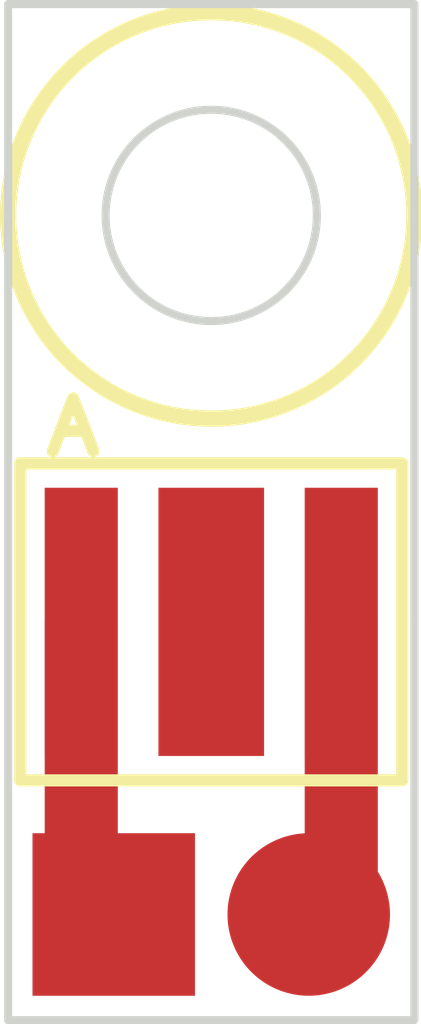
<source format=kicad_pcb>
(kicad_pcb (version 3) (host pcbnew "(2013-07-07 BZR 4022)-stable")

  (general
    (links 2)
    (no_connects 0)
    (area 138.399324 79.849999 145.750676 93.25151)
    (thickness 1.6)
    (drawings 6)
    (tracks 4)
    (zones 0)
    (modules 3)
    (nets 3)
  )

  (page A3)
  (layers
    (15 F.Cu signal)
    (0 B.Cu signal)
    (16 B.Adhes user)
    (17 F.Adhes user)
    (18 B.Paste user)
    (19 F.Paste user)
    (20 B.SilkS user)
    (21 F.SilkS user)
    (22 B.Mask user)
    (23 F.Mask user)
    (24 Dwgs.User user)
    (25 Cmts.User user)
    (26 Eco1.User user)
    (27 Eco2.User user)
    (28 Edge.Cuts user)
  )

  (setup
    (last_trace_width 0.9)
    (trace_clearance 0.254)
    (zone_clearance 0.508)
    (zone_45_only no)
    (trace_min 0.254)
    (segment_width 0.2)
    (edge_width 0.1)
    (via_size 0.889)
    (via_drill 0.635)
    (via_min_size 0.889)
    (via_min_drill 0.508)
    (uvia_size 0.508)
    (uvia_drill 0.127)
    (uvias_allowed no)
    (uvia_min_size 0.508)
    (uvia_min_drill 0.127)
    (pcb_text_width 0.3)
    (pcb_text_size 1.5 1.5)
    (mod_edge_width 0.15)
    (mod_text_size 1 1)
    (mod_text_width 0.15)
    (pad_size 2 2)
    (pad_drill 0)
    (pad_to_mask_clearance 0.1)
    (aux_axis_origin 0 0)
    (visible_elements FFFFFFBF)
    (pcbplotparams
      (layerselection 276856832)
      (usegerberextensions true)
      (excludeedgelayer true)
      (linewidth 0.150000)
      (plotframeref false)
      (viasonmask false)
      (mode 1)
      (useauxorigin false)
      (hpglpennumber 1)
      (hpglpenspeed 20)
      (hpglpendiameter 15)
      (hpglpenoverlay 2)
      (psnegative false)
      (psa4output false)
      (plotreference true)
      (plotvalue true)
      (plotothertext true)
      (plotinvisibletext false)
      (padsonsilk false)
      (subtractmaskfromsilk false)
      (outputformat 1)
      (mirror false)
      (drillshape 0)
      (scaleselection 1)
      (outputdirectory Gerber/XPL_PCB/))
  )

  (net 0 "")
  (net 1 N-000001)
  (net 2 N-000002)

  (net_class Default "This is the default net class."
    (clearance 0.254)
    (trace_width 0.9)
    (via_dia 0.889)
    (via_drill 0.635)
    (uvia_dia 0.508)
    (uvia_drill 0.127)
    (add_net "")
    (add_net N-000001)
    (add_net N-000002)
  )

  (module LED_XPLAWT (layer F.Cu) (tedit 543788A7) (tstamp 54365602)
    (at 142 87.5)
    (path /5436552E)
    (fp_text reference D1 (at 0 -2.4) (layer F.SilkS) hide
      (effects (font (size 0.6 0.6) (thickness 0.15)))
    )
    (fp_text value LED (at 1.64 -2.33) (layer F.SilkS) hide
      (effects (font (size 0.6 0.6) (thickness 0.15)))
    )
    (fp_line (start -1.85 -2.35) (end -1.55 -2.35) (layer F.SilkS) (width 0.15))
    (fp_line (start -1.95 -2.1) (end -1.7 -2.75) (layer F.SilkS) (width 0.15))
    (fp_line (start -1.7 -2.75) (end -1.45 -2.1) (layer F.SilkS) (width 0.15))
    (fp_line (start 2.35 0) (end 2.35 1.95) (layer F.SilkS) (width 0.15))
    (fp_line (start 2.35 1.95) (end -2.35 1.95) (layer F.SilkS) (width 0.15))
    (fp_line (start -2.35 1.95) (end -2.35 -1.95) (layer F.SilkS) (width 0.15))
    (fp_line (start -2.35 -1.95) (end 2.35 -1.95) (layer F.SilkS) (width 0.15))
    (fp_line (start 2.35 -1.95) (end 2.35 0) (layer F.SilkS) (width 0.15))
    (pad PAD smd rect (at 0 0) (size 1.3 3.3)
      (layers F.Cu F.Paste F.Mask)
    )
    (pad A smd rect (at -1.6 0) (size 0.9 3.3)
      (layers F.Cu F.Paste F.Mask)
      (net 1 N-000001)
    )
    (pad C smd rect (at 1.6 0) (size 0.9 3.3)
      (layers F.Cu F.Paste F.Mask)
      (net 2 N-000002)
    )
  )

  (module CONN1_SQUARE_2MM_SMD (layer F.Cu) (tedit 543661D5) (tstamp 54366E57)
    (at 140.8 91.1)
    (descr "Single Square Conn 1.5x1mm")
    (tags "CONN DEV")
    (path /54365F62)
    (fp_text reference XL1 (at -0.1 -1.15) (layer F.SilkS) hide
      (effects (font (size 0.14986 0.14986) (thickness 0.0381)))
    )
    (fp_text value CONN_1 (at 0.05 1.5) (layer F.SilkS) hide
      (effects (font (size 0.635 0.635) (thickness 0.16002)))
    )
    (pad 1 smd rect (at 0 0) (size 2 2)
      (layers F.Cu F.Paste F.Mask)
      (net 1 N-000001)
    )
  )

  (module CONN1_ROUND_2MM_SMD (layer F.Cu) (tedit 543661EF) (tstamp 54366E5C)
    (at 143.2 91.1)
    (descr "Single Round Conn 1.5x1mm")
    (tags "CONN DEV")
    (path /54365F71)
    (fp_text reference XL2 (at -0.05 -1.1) (layer F.SilkS) hide
      (effects (font (size 0.14986 0.14986) (thickness 0.0381)))
    )
    (fp_text value CONN_1 (at 0.1 1.5) (layer F.SilkS) hide
      (effects (font (size 0.635 0.635) (thickness 0.16002)))
    )
    (pad 1 smd circle (at 0 0) (size 2 2)
      (layers F.Cu F.Paste F.Mask)
      (net 2 N-000002)
    )
  )

  (gr_line (start 139.5 92.4) (end 139.5 79.9) (angle 90) (layer Edge.Cuts) (width 0.1))
  (gr_line (start 144.5 92.4) (end 139.5 92.4) (angle 90) (layer Edge.Cuts) (width 0.1))
  (gr_line (start 144.5 79.9) (end 144.5 92.4) (angle 90) (layer Edge.Cuts) (width 0.1))
  (gr_line (start 139.5 79.9) (end 144.5 79.9) (angle 90) (layer Edge.Cuts) (width 0.1))
  (gr_circle (center 142 82.5) (end 143.3 82.5) (layer Edge.Cuts) (width 0.1))
  (gr_circle (center 142 82.5) (end 144.5 82.5) (layer F.SilkS) (width 0.2))

  (segment (start 140.4 87.5) (end 140.4 90.7) (width 0.9) (layer F.Cu) (net 1) (status C00000))
  (segment (start 140.4 90.7) (end 140.8 91.1) (width 0.9) (layer F.Cu) (net 1) (tstamp 54378881) (status C00000))
  (segment (start 143.6 87.5) (end 143.6 90.7) (width 0.9) (layer F.Cu) (net 2) (status C00000))
  (segment (start 143.6 90.7) (end 143.2 91.1) (width 0.9) (layer F.Cu) (net 2) (tstamp 54378887) (status C00000))

)

</source>
